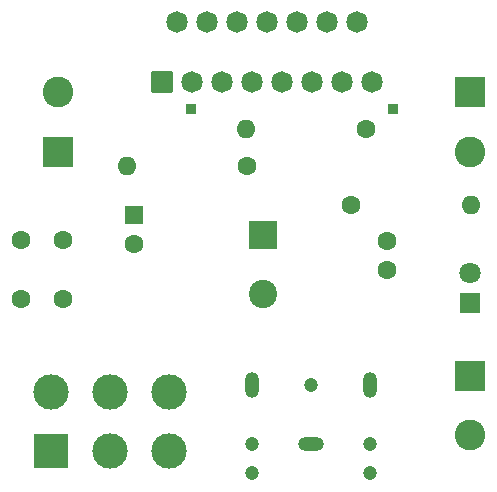
<source format=gbr>
%TF.GenerationSoftware,KiCad,Pcbnew,8.0.1*%
%TF.CreationDate,2024-06-17T12:02:08-07:00*%
%TF.ProjectId,TDA7297_PCB,54444137-3239-4375-9f50-43422e6b6963,rev?*%
%TF.SameCoordinates,Original*%
%TF.FileFunction,Soldermask,Bot*%
%TF.FilePolarity,Negative*%
%FSLAX46Y46*%
G04 Gerber Fmt 4.6, Leading zero omitted, Abs format (unit mm)*
G04 Created by KiCad (PCBNEW 8.0.1) date 2024-06-17 12:02:08*
%MOMM*%
%LPD*%
G01*
G04 APERTURE LIST*
G04 Aperture macros list*
%AMRoundRect*
0 Rectangle with rounded corners*
0 $1 Rounding radius*
0 $2 $3 $4 $5 $6 $7 $8 $9 X,Y pos of 4 corners*
0 Add a 4 corners polygon primitive as box body*
4,1,4,$2,$3,$4,$5,$6,$7,$8,$9,$2,$3,0*
0 Add four circle primitives for the rounded corners*
1,1,$1+$1,$2,$3*
1,1,$1+$1,$4,$5*
1,1,$1+$1,$6,$7*
1,1,$1+$1,$8,$9*
0 Add four rect primitives between the rounded corners*
20,1,$1+$1,$2,$3,$4,$5,0*
20,1,$1+$1,$4,$5,$6,$7,0*
20,1,$1+$1,$6,$7,$8,$9,0*
20,1,$1+$1,$8,$9,$2,$3,0*%
G04 Aperture macros list end*
%ADD10C,1.600000*%
%ADD11O,1.600000X1.600000*%
%ADD12R,2.600000X2.600000*%
%ADD13C,2.600000*%
%ADD14RoundRect,0.102000X-0.810000X-0.810000X0.810000X-0.810000X0.810000X0.810000X-0.810000X0.810000X0*%
%ADD15C,1.824000*%
%ADD16R,3.000000X3.000000*%
%ADD17C,3.000000*%
%ADD18R,0.850000X0.850000*%
%ADD19R,1.800000X1.800000*%
%ADD20C,1.800000*%
%ADD21R,2.400000X2.400000*%
%ADD22C,2.400000*%
%ADD23C,1.200000*%
%ADD24O,1.200000X2.200000*%
%ADD25O,2.200000X1.200000*%
%ADD26R,1.600000X1.600000*%
G04 APERTURE END LIST*
D10*
%TO.C,R3*%
X133420000Y-113500000D03*
D11*
X143580000Y-113500000D03*
%TD*%
D12*
%TO.C,J1*%
X143500000Y-128000000D03*
D13*
X143500000Y-133000000D03*
%TD*%
D10*
%TO.C,R2*%
X124572500Y-110200000D03*
D11*
X114412500Y-110200000D03*
%TD*%
D14*
%TO.C,U1*%
X117387500Y-103080000D03*
D15*
X118657500Y-98000000D03*
X119927500Y-103080000D03*
X121197500Y-98000000D03*
X122467500Y-103080000D03*
X123737500Y-98000000D03*
X125007500Y-103080000D03*
X126277500Y-98000000D03*
X127547500Y-103080000D03*
X128817500Y-98000000D03*
X130087500Y-103080000D03*
X131357500Y-98000000D03*
X132627500Y-103080000D03*
X133897500Y-98000000D03*
X135167500Y-103080000D03*
%TD*%
D16*
%TO.C,RV1*%
X108000000Y-134305000D03*
D17*
X113000000Y-134305000D03*
X118000000Y-134305000D03*
X108000000Y-129305000D03*
X113000000Y-129305000D03*
X118000000Y-129305000D03*
%TD*%
D18*
%TO.C,J6*%
X136995000Y-105400000D03*
%TD*%
%TO.C,J5*%
X119895000Y-105400000D03*
%TD*%
D19*
%TO.C,D1*%
X143500000Y-121775000D03*
D20*
X143500000Y-119235000D03*
%TD*%
D10*
%TO.C,C2*%
X105500000Y-121500000D03*
X105500000Y-116500000D03*
%TD*%
%TO.C,R1*%
X134652500Y-107040000D03*
D11*
X124492500Y-107040000D03*
%TD*%
D12*
%TO.C,J2*%
X108610000Y-108970000D03*
D13*
X108610000Y-103970000D03*
%TD*%
D21*
%TO.C,C4*%
X126000000Y-116040000D03*
D22*
X126000000Y-121040000D03*
%TD*%
D10*
%TO.C,C5*%
X136500000Y-116540000D03*
X136500000Y-119040000D03*
%TD*%
D23*
%TO.C,J4*%
X125000000Y-133705000D03*
X125000000Y-136205000D03*
X130000000Y-128705000D03*
X135000000Y-133705000D03*
X135000000Y-136205000D03*
D24*
X125000000Y-128705000D03*
D25*
X130000000Y-133705000D03*
D24*
X135000000Y-128705000D03*
%TD*%
D26*
%TO.C,C1*%
X115000000Y-114334888D03*
D10*
X115000000Y-116834888D03*
%TD*%
%TO.C,C3*%
X109000000Y-121500000D03*
X109000000Y-116500000D03*
%TD*%
D12*
%TO.C,J3*%
X143500000Y-103970000D03*
D13*
X143500000Y-108970000D03*
%TD*%
M02*

</source>
